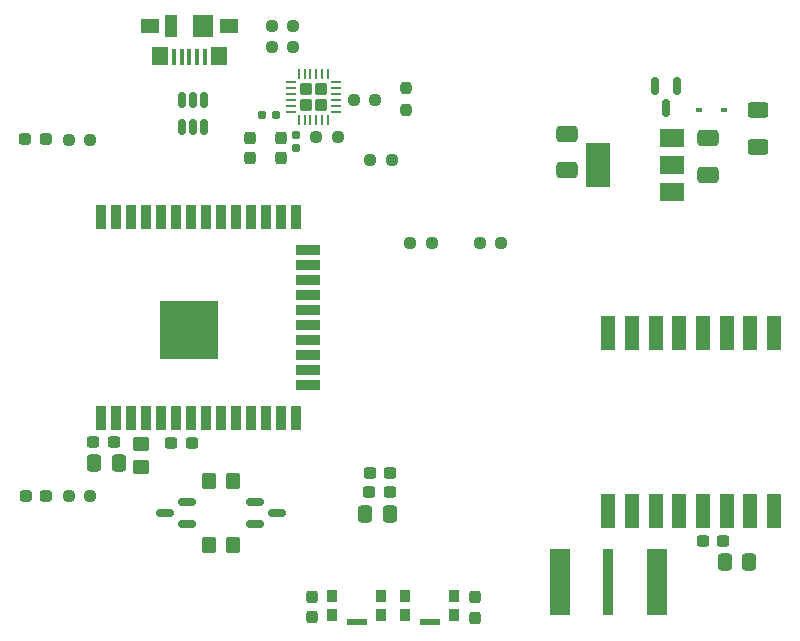
<source format=gtp>
%TF.GenerationSoftware,KiCad,Pcbnew,6.0.6-3a73a75311~116~ubuntu20.04.1*%
%TF.CreationDate,2022-07-25T10:06:13-07:00*%
%TF.ProjectId,rover_controller,726f7665-725f-4636-9f6e-74726f6c6c65,rev?*%
%TF.SameCoordinates,Original*%
%TF.FileFunction,Paste,Top*%
%TF.FilePolarity,Positive*%
%FSLAX46Y46*%
G04 Gerber Fmt 4.6, Leading zero omitted, Abs format (unit mm)*
G04 Created by KiCad (PCBNEW 6.0.6-3a73a75311~116~ubuntu20.04.1) date 2022-07-25 10:06:13*
%MOMM*%
%LPD*%
G01*
G04 APERTURE LIST*
G04 Aperture macros list*
%AMRoundRect*
0 Rectangle with rounded corners*
0 $1 Rounding radius*
0 $2 $3 $4 $5 $6 $7 $8 $9 X,Y pos of 4 corners*
0 Add a 4 corners polygon primitive as box body*
4,1,4,$2,$3,$4,$5,$6,$7,$8,$9,$2,$3,0*
0 Add four circle primitives for the rounded corners*
1,1,$1+$1,$2,$3*
1,1,$1+$1,$4,$5*
1,1,$1+$1,$6,$7*
1,1,$1+$1,$8,$9*
0 Add four rect primitives between the rounded corners*
20,1,$1+$1,$2,$3,$4,$5,0*
20,1,$1+$1,$4,$5,$6,$7,0*
20,1,$1+$1,$6,$7,$8,$9,0*
20,1,$1+$1,$8,$9,$2,$3,0*%
G04 Aperture macros list end*
%ADD10RoundRect,0.250000X-0.337500X-0.475000X0.337500X-0.475000X0.337500X0.475000X-0.337500X0.475000X0*%
%ADD11RoundRect,0.150000X-0.150000X0.512500X-0.150000X-0.512500X0.150000X-0.512500X0.150000X0.512500X0*%
%ADD12RoundRect,0.150000X-0.587500X-0.150000X0.587500X-0.150000X0.587500X0.150000X-0.587500X0.150000X0*%
%ADD13RoundRect,0.237500X0.237500X-0.300000X0.237500X0.300000X-0.237500X0.300000X-0.237500X-0.300000X0*%
%ADD14RoundRect,0.250000X-0.625000X0.400000X-0.625000X-0.400000X0.625000X-0.400000X0.625000X0.400000X0*%
%ADD15RoundRect,0.237500X0.250000X0.237500X-0.250000X0.237500X-0.250000X-0.237500X0.250000X-0.237500X0*%
%ADD16R,0.889000X5.588000*%
%ADD17R,1.651000X5.588000*%
%ADD18RoundRect,0.150000X-0.150000X0.587500X-0.150000X-0.587500X0.150000X-0.587500X0.150000X0.587500X0*%
%ADD19RoundRect,0.155000X0.212500X0.155000X-0.212500X0.155000X-0.212500X-0.155000X0.212500X-0.155000X0*%
%ADD20RoundRect,0.250000X-0.650000X0.412500X-0.650000X-0.412500X0.650000X-0.412500X0.650000X0.412500X0*%
%ADD21RoundRect,0.237500X-0.250000X-0.237500X0.250000X-0.237500X0.250000X0.237500X-0.250000X0.237500X0*%
%ADD22RoundRect,0.150000X0.587500X0.150000X-0.587500X0.150000X-0.587500X-0.150000X0.587500X-0.150000X0*%
%ADD23RoundRect,0.237500X-0.287500X-0.237500X0.287500X-0.237500X0.287500X0.237500X-0.287500X0.237500X0*%
%ADD24RoundRect,0.250000X-0.350000X-0.450000X0.350000X-0.450000X0.350000X0.450000X-0.350000X0.450000X0*%
%ADD25RoundRect,0.237500X-0.237500X0.250000X-0.237500X-0.250000X0.237500X-0.250000X0.237500X0.250000X0*%
%ADD26R,0.450000X1.380000*%
%ADD27R,1.425000X1.550000*%
%ADD28R,1.800000X1.900000*%
%ADD29R,1.650000X1.300000*%
%ADD30R,1.000000X1.900000*%
%ADD31R,0.600000X0.450000*%
%ADD32RoundRect,0.250000X0.450000X-0.350000X0.450000X0.350000X-0.450000X0.350000X-0.450000X-0.350000X0*%
%ADD33RoundRect,0.250000X0.337500X0.475000X-0.337500X0.475000X-0.337500X-0.475000X0.337500X-0.475000X0*%
%ADD34R,0.900000X1.000000*%
%ADD35R,1.700000X0.550000*%
%ADD36RoundRect,0.155000X-0.155000X0.212500X-0.155000X-0.212500X0.155000X-0.212500X0.155000X0.212500X0*%
%ADD37R,1.200000X3.000000*%
%ADD38RoundRect,0.237500X-0.300000X-0.237500X0.300000X-0.237500X0.300000X0.237500X-0.300000X0.237500X0*%
%ADD39R,2.000000X1.500000*%
%ADD40R,2.000000X3.800000*%
%ADD41RoundRect,0.250000X0.650000X-0.412500X0.650000X0.412500X-0.650000X0.412500X-0.650000X-0.412500X0*%
%ADD42RoundRect,0.237500X0.300000X0.237500X-0.300000X0.237500X-0.300000X-0.237500X0.300000X-0.237500X0*%
%ADD43R,0.900000X2.000000*%
%ADD44R,2.000000X0.900000*%
%ADD45R,5.000000X5.000000*%
%ADD46RoundRect,0.250000X0.350000X0.450000X-0.350000X0.450000X-0.350000X-0.450000X0.350000X-0.450000X0*%
%ADD47RoundRect,0.237500X-0.237500X0.300000X-0.237500X-0.300000X0.237500X-0.300000X0.237500X0.300000X0*%
%ADD48RoundRect,0.250000X-0.275000X-0.275000X0.275000X-0.275000X0.275000X0.275000X-0.275000X0.275000X0*%
%ADD49RoundRect,0.062500X-0.350000X-0.062500X0.350000X-0.062500X0.350000X0.062500X-0.350000X0.062500X0*%
%ADD50RoundRect,0.062500X-0.062500X-0.350000X0.062500X-0.350000X0.062500X0.350000X-0.062500X0.350000X0*%
G04 APERTURE END LIST*
D10*
X216532500Y-188510000D03*
X218607500Y-188510000D03*
D11*
X172450000Y-149362500D03*
X171500000Y-149362500D03*
X170550000Y-149362500D03*
X170550000Y-151637500D03*
X171500000Y-151637500D03*
X172450000Y-151637500D03*
D12*
X176732500Y-183370000D03*
X176732500Y-185270000D03*
X178607500Y-184320000D03*
D13*
X181590000Y-193172500D03*
X181590000Y-191447500D03*
D14*
X219320000Y-150220000D03*
X219320000Y-153320000D03*
D15*
X186922500Y-149360000D03*
X185097500Y-149360000D03*
X197607500Y-161460000D03*
X195782500Y-161460000D03*
D16*
X206680000Y-190130000D03*
D17*
X202555040Y-190130000D03*
X210804960Y-190130000D03*
D18*
X212520000Y-148200000D03*
X210620000Y-148200000D03*
X211570000Y-150075000D03*
D19*
X178487500Y-150590000D03*
X177352500Y-150590000D03*
D20*
X215110000Y-152605000D03*
X215110000Y-155730000D03*
D15*
X162787500Y-152725000D03*
X160962500Y-152725000D03*
D21*
X181927500Y-152500000D03*
X183752500Y-152500000D03*
D15*
X191712500Y-161430000D03*
X189887500Y-161430000D03*
D21*
X178175000Y-143110000D03*
X180000000Y-143110000D03*
D22*
X170977500Y-185280000D03*
X170977500Y-183380000D03*
X169102500Y-184330000D03*
D23*
X157325000Y-182900000D03*
X159075000Y-182900000D03*
D21*
X178175000Y-144910000D03*
X180000000Y-144910000D03*
D13*
X195400000Y-193192500D03*
X195400000Y-191467500D03*
D24*
X172850000Y-181600000D03*
X174850000Y-181600000D03*
D25*
X189570000Y-148367500D03*
X189570000Y-150192500D03*
D26*
X172500000Y-145760000D03*
X171850000Y-145760000D03*
X171200000Y-145760000D03*
X170550000Y-145760000D03*
X169900000Y-145760000D03*
D27*
X173687500Y-145675000D03*
D28*
X172350000Y-143100000D03*
D29*
X167825000Y-143100000D03*
D30*
X169650000Y-143100000D03*
D29*
X174575000Y-143100000D03*
D27*
X168712500Y-145675000D03*
D15*
X162812500Y-182925000D03*
X160987500Y-182925000D03*
D31*
X214330000Y-150220000D03*
X216430000Y-150220000D03*
D32*
X167090000Y-180470000D03*
X167090000Y-178470000D03*
D33*
X165207500Y-180120000D03*
X163132500Y-180120000D03*
D34*
X189490000Y-192960000D03*
X193590000Y-192960000D03*
X193590000Y-191360000D03*
X189490000Y-191360000D03*
D35*
X191540000Y-193585000D03*
D36*
X180250000Y-152310000D03*
X180250000Y-153445000D03*
D37*
X220680000Y-169130000D03*
X218680000Y-169130000D03*
X216680000Y-169130000D03*
X214680000Y-169130000D03*
X212680000Y-169130000D03*
X210680000Y-169130000D03*
X208680000Y-169130000D03*
X206680000Y-169130000D03*
X206680000Y-184130000D03*
X208680000Y-184130000D03*
X210680000Y-184130000D03*
X212680000Y-184130000D03*
X214680000Y-184130000D03*
X216680000Y-184130000D03*
X218680000Y-184130000D03*
X220680000Y-184130000D03*
D38*
X214677500Y-186700000D03*
X216402500Y-186700000D03*
D39*
X212060000Y-157167500D03*
X212060000Y-154867500D03*
D40*
X205760000Y-154867500D03*
D39*
X212060000Y-152567500D03*
D41*
X203135000Y-155330000D03*
X203135000Y-152205000D03*
D42*
X188180000Y-180940000D03*
X186455000Y-180940000D03*
D33*
X188145000Y-184450000D03*
X186070000Y-184450000D03*
D38*
X169667500Y-178370000D03*
X171392500Y-178370000D03*
D43*
X163695000Y-176300000D03*
X164965000Y-176300000D03*
X166235000Y-176300000D03*
X167505000Y-176300000D03*
X168775000Y-176300000D03*
X170045000Y-176300000D03*
X171315000Y-176300000D03*
X172585000Y-176300000D03*
X173855000Y-176300000D03*
X175125000Y-176300000D03*
X176395000Y-176300000D03*
X177665000Y-176300000D03*
X178935000Y-176300000D03*
X180205000Y-176300000D03*
D44*
X181205000Y-173515000D03*
X181205000Y-172245000D03*
X181205000Y-170975000D03*
X181205000Y-169705000D03*
X181205000Y-168435000D03*
X181205000Y-167165000D03*
X181205000Y-165895000D03*
X181205000Y-164625000D03*
X181205000Y-163355000D03*
X181205000Y-162085000D03*
D43*
X180205000Y-159300000D03*
X178935000Y-159300000D03*
X177665000Y-159300000D03*
X176395000Y-159300000D03*
X175125000Y-159300000D03*
X173855000Y-159300000D03*
X172585000Y-159300000D03*
X171315000Y-159300000D03*
X170045000Y-159300000D03*
X168775000Y-159300000D03*
X167505000Y-159300000D03*
X166235000Y-159300000D03*
X164965000Y-159300000D03*
X163695000Y-159300000D03*
D45*
X171195000Y-168800000D03*
D46*
X174850000Y-187050000D03*
X172850000Y-187050000D03*
D47*
X178920000Y-152587500D03*
X178920000Y-154312500D03*
D23*
X157300000Y-152700000D03*
X159050000Y-152700000D03*
D48*
X182350000Y-148460000D03*
X181050000Y-149760000D03*
X182350000Y-149760000D03*
X181050000Y-148460000D03*
D49*
X179762500Y-147860000D03*
X179762500Y-148360000D03*
X179762500Y-148860000D03*
X179762500Y-149360000D03*
X179762500Y-149860000D03*
X179762500Y-150360000D03*
D50*
X180450000Y-151047500D03*
X180950000Y-151047500D03*
X181450000Y-151047500D03*
X181950000Y-151047500D03*
X182450000Y-151047500D03*
X182950000Y-151047500D03*
D49*
X183637500Y-150360000D03*
X183637500Y-149860000D03*
X183637500Y-149360000D03*
X183637500Y-148860000D03*
X183637500Y-148360000D03*
X183637500Y-147860000D03*
D50*
X182950000Y-147172500D03*
X182450000Y-147172500D03*
X181950000Y-147172500D03*
X181450000Y-147172500D03*
X180950000Y-147172500D03*
X180450000Y-147172500D03*
D47*
X176340000Y-152587500D03*
X176340000Y-154312500D03*
D42*
X188162500Y-182590000D03*
X186437500Y-182590000D03*
D15*
X188340000Y-154400000D03*
X186515000Y-154400000D03*
D34*
X187400000Y-192972500D03*
X183300000Y-192972500D03*
X183300000Y-191372500D03*
X187400000Y-191372500D03*
D35*
X185350000Y-193597500D03*
D42*
X164802500Y-178350000D03*
X163077500Y-178350000D03*
M02*

</source>
